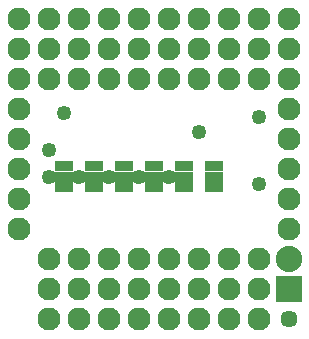
<source format=gbs>
G04 MADE WITH FRITZING*
G04 WWW.FRITZING.ORG*
G04 DOUBLE SIDED*
G04 HOLES PLATED*
G04 CONTOUR ON CENTER OF CONTOUR VECTOR*
%ASAXBY*%
%FSLAX23Y23*%
%MOIN*%
%OFA0B0*%
%SFA1.0B1.0*%
%ADD10C,0.049370*%
%ADD11C,0.057244*%
%ADD12C,0.076929*%
%ADD13C,0.088000*%
%ADD14R,0.060000X0.035000*%
%ADD15R,0.088000X0.088000*%
%LNMASK0*%
G90*
G70*
G54D10*
X151Y620D03*
G54D11*
X951Y57D03*
G54D12*
X451Y1057D03*
X451Y957D03*
X451Y857D03*
X651Y1057D03*
X651Y957D03*
X651Y857D03*
X751Y1057D03*
X751Y957D03*
X751Y857D03*
X551Y1057D03*
X551Y957D03*
X551Y857D03*
X251Y1057D03*
X251Y957D03*
X251Y857D03*
X351Y1057D03*
X351Y957D03*
X351Y857D03*
X151Y1057D03*
X151Y957D03*
X151Y857D03*
X851Y1057D03*
X851Y957D03*
X851Y857D03*
X851Y57D03*
X851Y157D03*
X851Y257D03*
X751Y57D03*
X751Y157D03*
X751Y257D03*
X651Y57D03*
X651Y157D03*
X651Y257D03*
X551Y57D03*
X551Y157D03*
X551Y257D03*
X451Y57D03*
X451Y157D03*
X451Y257D03*
X351Y57D03*
X351Y157D03*
X351Y257D03*
X251Y57D03*
X251Y157D03*
X251Y257D03*
X151Y57D03*
X151Y157D03*
X151Y257D03*
G54D10*
X151Y532D03*
X251Y532D03*
X351Y532D03*
X451Y532D03*
X551Y532D03*
X651Y682D03*
X201Y745D03*
X851Y732D03*
X851Y507D03*
G54D13*
X951Y157D03*
X951Y257D03*
G54D12*
X51Y1057D03*
X51Y957D03*
X51Y857D03*
X51Y757D03*
X51Y657D03*
X51Y557D03*
X51Y457D03*
X51Y357D03*
X951Y1057D03*
X951Y957D03*
X951Y857D03*
X951Y757D03*
X951Y657D03*
X951Y557D03*
X951Y457D03*
X951Y357D03*
G54D14*
X701Y567D03*
X701Y532D03*
X701Y497D03*
X601Y567D03*
X601Y532D03*
X601Y497D03*
X501Y567D03*
X501Y532D03*
X501Y497D03*
X401Y567D03*
X401Y532D03*
X401Y497D03*
X301Y567D03*
X301Y532D03*
X301Y497D03*
X201Y567D03*
X201Y532D03*
X201Y497D03*
G54D15*
X951Y157D03*
G04 End of Mask0*
M02*
</source>
